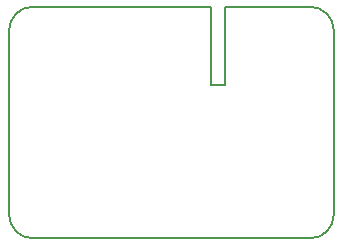
<source format=gm1>
G04 #@! TF.FileFunction,Profile,NP*
%FSLAX46Y46*%
G04 Gerber Fmt 4.6, Leading zero omitted, Abs format (unit mm)*
G04 Created by KiCad (PCBNEW 4.0.5) date 12/24/17 15:15:52*
%MOMM*%
%LPD*%
G01*
G04 APERTURE LIST*
%ADD10C,0.100000*%
%ADD11C,0.150000*%
G04 APERTURE END LIST*
D10*
D11*
X137500000Y-77000000D02*
X137500000Y-92600000D01*
X110000000Y-77000000D02*
X110000000Y-92600000D01*
X135500000Y-94600000D02*
G75*
G03X137500000Y-92600000I0J2000000D01*
G01*
X135500000Y-94600000D02*
X112000000Y-94600000D01*
X110000000Y-92600000D02*
G75*
G03X112000000Y-94600000I2000000J0D01*
G01*
X135500000Y-75000000D02*
X128300000Y-75000000D01*
X127100000Y-75000000D02*
X112000000Y-75000000D01*
X127100000Y-81600000D02*
X127100000Y-75000000D01*
X128300000Y-81600000D02*
X127100000Y-81600000D01*
X128300000Y-75000000D02*
X128300000Y-81600000D01*
X137500000Y-77000000D02*
G75*
G03X135500000Y-75000000I-2000000J0D01*
G01*
X112000000Y-75000000D02*
G75*
G03X110000000Y-77000000I0J-2000000D01*
G01*
M02*

</source>
